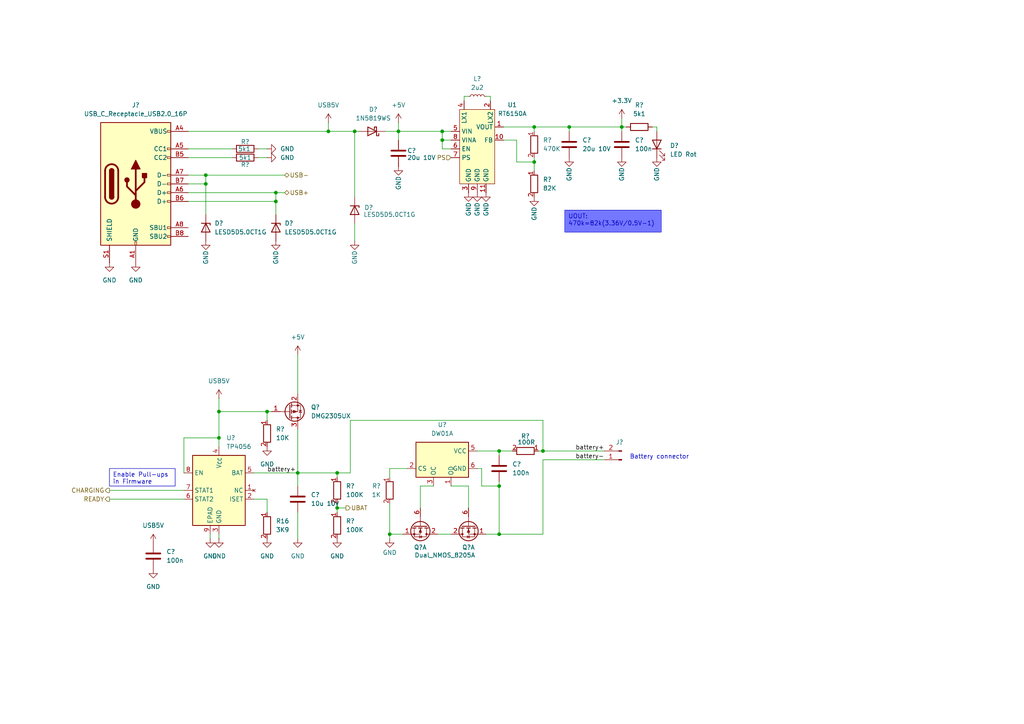
<source format=kicad_sch>
(kicad_sch (version 20250114) (generator "eeschema") (generator_version "9.0")
  (paper "A4")
  (title_block (title "Power Supply") (date "2026-01-09") (rev "2") (company "hand-crafted-electronics") (comment 1 "https://ohwr.org/cern_ohl_s_v2.txt") (comment 2 "https://github.com/pellematrose/ESP32-C3_Sensor/") (comment 3 "Licensed under CERN-OHL-S v2") (comment 4 "2026 Per-Simon Saal"))
  (lib_symbols
    (symbol "Battery_Management:DW01A"
      (property "Reference" "U" (at -6.604 6.35 0))
      (property "Value" "DW01A" (at 4.318 6.604 0))
      (symbol "DW01A_0_1"
        (pin power_in line (at -10.16 2.54 0) (length 2.54) (name "VCC") (number "5"))
        (pin power_in line (at -10.16 -2.54 0) (length 2.54) (name "GND") (number "6"))
        (pin output line (at -2.54 -7.62 90) (length 2.54) (name "OD") (number "1"))
        (pin output line (at 2.54 -7.62 90) (length 2.54) (name "OC") (number "3"))
        (pin input line (at 10.16 -2.54 180) (length 2.54) (name "CS") (number "2"))
      )
      (symbol "DW01A_1_1"
        (rectangle (start -7.62 5.08) (end 7.62 -5.08) (stroke (width 0.254)) (fill (type background)))
        (pin no_connect line (at 10.16 2.54 180) (length 2.54) (hide yes) (name "TD") (number "4"))
      )
    )
    (symbol "Battery_Management:TP4056-42-ESOP8"
      (property "Reference" "U6" (at 2.1433 15.24 0))
      (property "Value" "TP4056" (at 2.1433 12.7 0))
      (symbol "TP4056-42-ESOP8_1_0"
        (pin input line (at -10.16 5.08 0) (length 2.54) (name "EN") (number "8"))
        (pin open_collector line (at -10.16 0 0) (length 2.54) (name "STAT1") (number "7"))
        (pin open_collector line (at -10.16 -2.54 0) (length 2.54) (name "STAT2") (number "6"))
        (pin passive line (at -2.54 -12.7 90) (length 2.54) (name "EPAD") (number "9"))
        (pin power_in line (at 0 12.7 270) (length 2.54) (name "V_{CC}") (number "4"))
        (pin power_in line (at 0 -12.7 90) (length 2.54) (name "GND") (number "3"))
        (pin power_out line (at 10.16 5.08 180) (length 2.54) (name "BAT") (number "5"))
        (pin no_connect line (at 10.16 0 180) (length 2.54) (name "NC") (number "1"))
        (pin passive line (at 10.16 -2.54 180) (length 2.54) (name "ISET") (number "2"))
      )
      (symbol "TP4056-42-ESOP8_1_1"
        (rectangle (start -7.62 10.16) (end 7.62 -10.16) (stroke (width 0.254)) (fill (type background)))
      )
    )
    (symbol "Connector:Conn_01x02_Pin" (pin_names (offset 1.016) (hide yes))
      (property "Reference" "J" (at 0 2.54 0))
      (property "Value" "Conn_01x02_Pin" (at 0 -5.08 0))
      (symbol "Conn_01x02_Pin_1_1"
        (rectangle (start 0.8636 0.127) (end 0 -0.127) (stroke (width 0.1524)) (fill (type outline)))
        (rectangle (start 0.8636 -2.413) (end 0 -2.667) (stroke (width 0.1524)) (fill (type outline)))
        (polyline (pts (xy 1.27 0) (xy 0.8636 0)) (stroke (width 0.1524)))
        (polyline (pts (xy 1.27 -2.54) (xy 0.8636 -2.54)) (stroke (width 0.1524)))
        (pin passive line (at 5.08 0 180) (length 3.81) (name "Pin_1") (number "1"))
        (pin passive line (at 5.08 -2.54 180) (length 3.81) (name "Pin_2") (number "2"))
      )
    )
    (symbol "Connector:USB_C_Receptacle_USB2.0_16P" (pin_names (offset 1.016))
      (property "Reference" "J" (at 0 22.225 0))
      (property "Value" "USB_C_Receptacle_USB2.0_16P" (at 0 19.685 0))
      (symbol "USB_C_Receptacle_USB2.0_16P_0_0"
        (rectangle (start -0.254 -17.78) (end 0.254 -16.764))
        (rectangle (start 10.16 15.494) (end 9.144 14.986))
        (rectangle (start 10.16 10.414) (end 9.144 9.906))
        (rectangle (start 10.16 7.874) (end 9.144 7.366))
        (rectangle (start 10.16 2.794) (end 9.144 2.286))
        (rectangle (start 10.16 0.254) (end 9.144 -0.254))
        (rectangle (start 10.16 -2.286) (end 9.144 -2.794))
        (rectangle (start 10.16 -4.826) (end 9.144 -5.334))
        (rectangle (start 10.16 -12.446) (end 9.144 -12.954))
        (rectangle (start 10.16 -14.986) (end 9.144 -15.494))
      )
      (symbol "USB_C_Receptacle_USB2.0_16P_0_1"
        (rectangle (start -10.16 17.78) (end 10.16 -17.78) (stroke (width 0.254)) (fill (type background)))
        (polyline (pts (xy -8.89 -3.81) (xy -8.89 3.81)) (stroke (width 0.508)))
        (rectangle (start -7.62 -3.81) (end -6.35 3.81) (stroke (width 0.254)) (fill (type outline)))
        (arc (start -7.62 3.81) (mid -6.985 4.4423) (end -6.35 3.81) (stroke (width 0.254)))
        (arc (start -7.62 3.81) (mid -6.985 4.4423) (end -6.35 3.81) (stroke (width 0.254)) (fill (type outline)))
        (arc (start -8.89 3.81) (mid -6.985 5.7067) (end -5.08 3.81) (stroke (width 0.508)))
        (arc (start -5.08 -3.81) (mid -6.985 -5.7067) (end -8.89 -3.81) (stroke (width 0.508)))
        (arc (start -6.35 -3.81) (mid -6.985 -4.4423) (end -7.62 -3.81) (stroke (width 0.254)))
        (arc (start -6.35 -3.81) (mid -6.985 -4.4423) (end -7.62 -3.81) (stroke (width 0.254)) (fill (type outline)))
        (polyline (pts (xy -5.08 3.81) (xy -5.08 -3.81)) (stroke (width 0.508)))
        (circle (center -2.54 1.143) (radius 0.635) (stroke (width 0.254)) (fill (type outline)))
        (polyline (pts (xy -1.27 4.318) (xy 0 6.858) (xy 1.27 4.318) (xy -1.27 4.318)) (stroke (width 0.254)) (fill (type outline)))
        (polyline (pts (xy 0 -2.032) (xy 2.54 0.508) (xy 2.54 1.778)) (stroke (width 0.508)))
        (polyline (pts (xy 0 -3.302) (xy -2.54 -0.762) (xy -2.54 0.508)) (stroke (width 0.508)))
        (polyline (pts (xy 0 -5.842) (xy 0 4.318)) (stroke (width 0.508)))
        (circle (center 0 -5.842) (radius 1.27) (fill (type outline)))
        (rectangle (start 1.905 1.778) (end 3.175 3.048) (stroke (width 0.254)) (fill (type outline)))
      )
      (symbol "USB_C_Receptacle_USB2.0_16P_1_1"
        (pin passive line (at -7.62 -22.86 90) (length 5.08) (name "SHIELD") (number "S1"))
        (pin passive line (at 0 -22.86 90) (length 5.08) (name "GND") (number "A1"))
        (pin passive line (at 0 -22.86 90) (length 5.08) (hide yes) (name "GND") (number "A12"))
        (pin passive line (at 0 -22.86 90) (length 5.08) (hide yes) (name "GND") (number "B1"))
        (pin passive line (at 0 -22.86 90) (length 5.08) (hide yes) (name "GND") (number "B12"))
        (pin passive line (at 15.24 15.24 180) (length 5.08) (name "VBUS") (number "A4"))
        (pin passive line (at 15.24 15.24 180) (length 5.08) (hide yes) (name "VBUS") (number "A9"))
        (pin passive line (at 15.24 15.24 180) (length 5.08) (hide yes) (name "VBUS") (number "B4"))
        (pin passive line (at 15.24 15.24 180) (length 5.08) (hide yes) (name "VBUS") (number "B9"))
        (pin bidirectional line (at 15.24 10.16 180) (length 5.08) (name "CC1") (number "A5"))
        (pin bidirectional line (at 15.24 7.62 180) (length 5.08) (name "CC2") (number "B5"))
        (pin bidirectional line (at 15.24 2.54 180) (length 5.08) (name "D-") (number "A7"))
        (pin bidirectional line (at 15.24 0 180) (length 5.08) (name "D-") (number "B7"))
        (pin bidirectional line (at 15.24 -2.54 180) (length 5.08) (name "D+") (number "A6"))
        (pin bidirectional line (at 15.24 -5.08 180) (length 5.08) (name "D+") (number "B6"))
        (pin bidirectional line (at 15.24 -12.7 180) (length 5.08) (name "SBU1") (number "A8"))
        (pin bidirectional line (at 15.24 -15.24 180) (length 5.08) (name "SBU2") (number "B8"))
      )
    )
    (symbol "Device:L_Small" (pin_numbers (hide yes)) (pin_names (offset 0.254) (hide yes))
      (property "Reference" "L" (at 0.762 1.016 0))
      (property "Value" "L_Small" (at 0.762 -1.016 0))
      (symbol "L_Small_0_1"
        (arc (start 0 2.032) (mid 0.5058 1.524) (end 0 1.016))
        (arc (start 0 1.016) (mid 0.5058 0.508) (end 0 0))
        (arc (start 0 0) (mid 0.5058 -0.508) (end 0 -1.016))
        (arc (start 0 -1.016) (mid 0.5058 -1.524) (end 0 -2.032))
      )
      (symbol "L_Small_1_1"
        (pin passive line (at 0 2.54 270) (length 0.508) (name "~") (number "1"))
        (pin passive line (at 0 -2.54 90) (length 0.508) (name "~") (number "2"))
      )
    )
    (symbol "Diode:1N5819WS" (pin_numbers (hide yes)) (pin_names (offset 1.016) (hide yes))
      (property "Reference" "D" (at 0 2.54 0))
      (property "Value" "1N5819WS" (at 0 -2.54 0))
      (symbol "1N5819WS_0_1"
        (polyline (pts (xy -1.905 0.635) (xy -1.905 1.27) (xy -1.27 1.27) (xy -1.27 -1.27) (xy -0.635 -1.27) (xy -0.635 -0.635)) (stroke (width 0.254)))
        (polyline (pts (xy 1.27 1.27) (xy 1.27 -1.27) (xy -1.27 0) (xy 1.27 1.27)) (stroke (width 0.254)))
        (polyline (pts (xy 1.27 0) (xy -1.27 0)))
      )
      (symbol "1N5819WS_1_1"
        (pin passive line (at -3.81 0 0) (length 2.54) (name "K") (number "1"))
        (pin passive line (at 3.81 0 180) (length 2.54) (name "A") (number "2"))
      )
    )
    (symbol "Diode:ESD5Zxx" (pin_numbers (hide yes)) (pin_names (hide yes))
      (property "Reference" "D" (at 0 2.54 0))
      (property "Value" "ESD5Zxx" (at 0 -2.54 0))
      (symbol "ESD5Zxx_0_1"
        (polyline (pts (xy -1.27 -1.27) (xy -1.27 1.27) (xy -0.762 1.27)) (stroke (width 0.254)))
        (polyline (pts (xy 1.27 0) (xy -1.27 0)))
        (polyline (pts (xy 1.27 -1.27) (xy 1.27 1.27) (xy -1.27 0) (xy 1.27 -1.27)) (stroke (width 0.254)))
      )
      (symbol "ESD5Zxx_1_1"
        (pin passive line (at -3.81 0 0) (length 2.54) (name "K") (number "1"))
        (pin passive line (at 3.81 0 180) (length 2.54) (name "A") (number "2"))
      )
    )
    (symbol "PS_IC:RT6150A"
      (property "Reference" "U" (at 6.096 9.144 0))
      (property "Value" "RT6150A" (at 6.604 -5.842 90))
      (symbol "RT6150A_1_1"
        (rectangle (start -5.08 10.16) (end 5.08 -11.43) (fill (type background)))
        (pin power_in line (at -7.62 3.81 0) (length 2.54) (name "VIN") (number "5"))
        (pin power_in line (at -7.62 1.27 0) (length 2.54) (name "VINA") (number "8"))
        (pin input line (at -7.62 -1.27 0) (length 2.54) (name "EN") (number "6"))
        (pin input line (at -7.62 -3.81 0) (length 2.54) (name "PS") (number "7"))
        (pin input line (at -3.81 12.7 270) (length 2.54) (name "LX1") (number "4"))
        (pin input line (at -2.54 -13.97 90) (length 2.54) (name "GND") (number "3"))
        (pin input line (at 0 -13.97 90) (length 2.54) (name "GND") (number "9"))
        (pin input line (at 2.54 -13.97 90) (length 2.54) (name "GND") (number "11"))
        (pin input line (at 3.81 12.7 270) (length 2.54) (name "LX2") (number "2"))
        (pin input line (at 7.62 5.08 180) (length 2.54) (name "VOUT") (number "1"))
        (pin input line (at 7.62 1.27 180) (length 2.54) (name "FB") (number "10"))
      )
    )
    (symbol "Resistor_E12_0603:Resistor 100K"
      (property "Reference" "R" (at 1.778 1.524 0))
      (property "Value" "100K" (at 0 0 90))
      (symbol "Resistor 100K_0_1"
        (rectangle (start -1.016 -2.54) (end 1.016 2.54) (stroke (width 0.254)))
      )
      (symbol "Resistor 100K_1_1"
        (pin passive line (at 0 3.81 270) (length 1.27) (name "~") (number "1"))
        (pin passive line (at 0 -3.81 90) (length 1.27) (name "~") (number "2"))
      )
    )
    (symbol "Resistor_E12_0603:Resistor 100R"
      (property "Reference" "R" (at 1.778 1.524 0))
      (property "Value" "100R" (at 0 0 90))
      (symbol "Resistor 100R_0_1"
        (rectangle (start -1.016 -2.54) (end 1.016 2.54) (stroke (width 0.254)))
      )
      (symbol "Resistor 100R_1_1"
        (pin passive line (at 0 3.81 270) (length 1.27) (name "~") (number "1"))
        (pin passive line (at 0 -3.81 90) (length 1.27) (name "~") (number "2"))
      )
    )
    (symbol "Resistor_E12_0603:Resistor 10K"
      (property "Reference" "R" (at 1.778 1.524 0))
      (property "Value" "10K" (at 0 0 90))
      (symbol "Resistor 10K_0_1"
        (rectangle (start -1.016 -2.54) (end 1.016 2.54) (stroke (width 0.254)))
      )
      (symbol "Resistor 10K_1_1"
        (pin passive line (at 0 3.81 270) (length 1.27) (name "~") (number "1"))
        (pin passive line (at 0 -3.81 90) (length 1.27) (name "~") (number "2"))
      )
    )
    (symbol "Resistor_E12_0603:Resistor 1K"
      (property "Reference" "R" (at 1.778 1.524 0))
      (property "Value" "1K" (at 0 0 90))
      (symbol "Resistor 1K_0_1"
        (rectangle (start -1.016 -2.54) (end 1.016 2.54) (stroke (width 0.254)))
      )
      (symbol "Resistor 1K_1_1"
        (pin passive line (at 0 3.81 270) (length 1.27) (name "~") (number "1"))
        (pin passive line (at 0 -3.81 90) (length 1.27) (name "~") (number "2"))
      )
    )
    (symbol "Resistor_E12_0603:Resistor 3K9"
      (property "Reference" "R" (at 1.778 1.524 0))
      (property "Value" "3K9" (at 0 0 90))
      (symbol "Resistor 3K9_0_1"
        (rectangle (start -1.016 -2.54) (end 1.016 2.54) (stroke (width 0.254)))
      )
      (symbol "Resistor 3K9_1_1"
        (pin passive line (at 0 3.81 270) (length 1.27) (name "~") (number "1"))
        (pin passive line (at 0 -3.81 90) (length 1.27) (name "~") (number "2"))
      )
    )
    (symbol "Resistor_E12_0603:Resistor 470K"
      (property "Reference" "R" (at 1.778 1.524 0))
      (property "Value" "470K" (at 0 0 90))
      (symbol "Resistor 470K_0_1"
        (rectangle (start -1.016 -2.54) (end 1.016 2.54) (stroke (width 0.254)))
      )
      (symbol "Resistor 470K_1_1"
        (pin passive line (at 0 3.81 270) (length 1.27) (name "~") (number "1"))
        (pin passive line (at 0 -3.81 90) (length 1.27) (name "~") (number "2"))
      )
    )
    (symbol "Resistor_E12_0603:Resistor 82K"
      (property "Reference" "R" (at 1.778 1.524 0))
      (property "Value" "82K" (at 0 0 90))
      (symbol "Resistor 82K_0_1"
        (rectangle (start -1.016 -2.54) (end 1.016 2.54) (stroke (width 0.254)))
      )
      (symbol "Resistor 82K_1_1"
        (pin passive line (at 0 3.81 270) (length 1.27) (name "~") (number "1"))
        (pin passive line (at 0 -3.81 90) (length 1.27) (name "~") (number "2"))
      )
    )
    (symbol "Transistor_FET:Q_PMOS_GSD" (pin_names (offset 0) (hide yes))
      (property "Reference" "Q" (at 5.08 1.905 0))
      (property "Value" "Q_PMOS_GSD" (at 5.08 0 0))
      (symbol "Q_PMOS_GSD_0_1"
        (polyline (pts (xy 0.254 1.905) (xy 0.254 -1.905)) (stroke (width 0.254)))
        (polyline (pts (xy 0.254 0) (xy -2.54 0)))
        (polyline (pts (xy 0.762 2.286) (xy 0.762 1.27)) (stroke (width 0.254)))
        (polyline (pts (xy 0.762 1.778) (xy 3.302 1.778) (xy 3.302 -1.778) (xy 0.762 -1.778)))
        (polyline (pts (xy 0.762 0.508) (xy 0.762 -0.508)) (stroke (width 0.254)))
        (polyline (pts (xy 0.762 -1.27) (xy 0.762 -2.286)) (stroke (width 0.254)))
        (circle (center 1.651 0) (radius 2.794) (stroke (width 0.254)))
        (polyline (pts (xy 2.286 0) (xy 1.27 0.381) (xy 1.27 -0.381) (xy 2.286 0)) (fill (type outline)))
        (polyline (pts (xy 2.54 2.54) (xy 2.54 1.778)))
        (circle (center 2.54 1.778) (radius 0.254) (fill (type outline)))
        (circle (center 2.54 -1.778) (radius 0.254) (fill (type outline)))
        (polyline (pts (xy 2.54 -2.54) (xy 2.54 0) (xy 0.762 0)))
        (polyline (pts (xy 2.921 -0.381) (xy 3.683 -0.381)))
        (polyline (pts (xy 3.302 -0.381) (xy 2.921 0.254) (xy 3.683 0.254) (xy 3.302 -0.381)))
      )
      (symbol "Q_PMOS_GSD_1_1"
        (pin input line (at -5.08 0 0) (length 2.54) (name "G") (number "1"))
        (pin passive line (at 2.54 5.08 270) (length 2.54) (name "D") (number "3"))
        (pin passive line (at 2.54 -5.08 90) (length 2.54) (name "S") (number "2"))
      )
    )
    (symbol "_PS_LIB:C_0603" (pin_numbers (hide yes)) (pin_names (offset 0.254))
      (property "Reference" "C" (at 0.635 2.54 0))
      (property "Value" "C_0603" (at 0.635 -2.54 0))
      (symbol "C_0603_0_1"
        (polyline (pts (xy -2.032 0.762) (xy 2.032 0.762)) (stroke (width 0.508)))
        (polyline (pts (xy -2.032 -0.762) (xy 2.032 -0.762)) (stroke (width 0.508)))
      )
      (symbol "C_0603_1_1"
        (pin passive line (at 0 3.81 270) (length 2.794) (name "~") (number "1"))
        (pin passive line (at 0 -3.81 90) (length 2.794) (name "~") (number "2"))
      )
    )
    (symbol "_PS_LIB:C_1206" (pin_numbers (hide yes)) (pin_names (offset 0.254))
      (property "Reference" "C" (at 0.635 2.54 0))
      (property "Value" "C_1206" (at 0.635 -2.54 0))
      (symbol "C_1206_0_1"
        (polyline (pts (xy -2.032 0.762) (xy 2.032 0.762)) (stroke (width 0.508)))
        (polyline (pts (xy -2.032 -0.762) (xy 2.032 -0.762)) (stroke (width 0.508)))
      )
      (symbol "C_1206_1_1"
        (pin passive line (at 0 3.81 270) (length 2.794) (name "~") (number "1"))
        (pin passive line (at 0 -3.81 90) (length 2.794) (name "~") (number "2"))
      )
    )
    (symbol "_PS_LIB:Dual_NMOS_8205A" (pin_names (offset 0) (hide yes))
      (property "Reference" "Q" (at 5.08 1.905 0))
      (property "Value" "Dual_NMOS_8205A" (at 5.08 0 0))
      (symbol "Dual_NMOS_8205A_0_1"
        (polyline (pts (xy 0.254 1.905) (xy 0.254 -1.905)) (stroke (width 0.254)))
        (polyline (pts (xy 0.254 0) (xy -2.54 0)))
        (polyline (pts (xy 0.762 2.286) (xy 0.762 1.27)) (stroke (width 0.254)))
        (polyline (pts (xy 0.762 0.508) (xy 0.762 -0.508)) (stroke (width 0.254)))
        (polyline (pts (xy 0.762 -1.27) (xy 0.762 -2.286)) (stroke (width 0.254)))
        (polyline (pts (xy 0.762 -1.778) (xy 3.302 -1.778) (xy 3.302 1.778) (xy 0.762 1.778)))
        (polyline (pts (xy 1.016 0) (xy 2.032 0.381) (xy 2.032 -0.381) (xy 1.016 0)) (fill (type outline)))
        (circle (center 1.651 0) (radius 2.794) (stroke (width 0.254)))
        (polyline (pts (xy 2.54 2.54) (xy 2.54 1.778)))
        (circle (center 2.54 1.778) (radius 0.254) (fill (type outline)))
        (circle (center 2.54 -1.778) (radius 0.254) (fill (type outline)))
        (polyline (pts (xy 2.54 -2.54) (xy 2.54 0) (xy 0.762 0)))
        (polyline (pts (xy 2.921 0.381) (xy 3.683 0.381)))
        (polyline (pts (xy 3.302 0.381) (xy 2.921 -0.254) (xy 3.683 -0.254) (xy 3.302 0.381)))
      )
      (symbol "Dual_NMOS_8205A_1_1"
        (pin input line (at -5.08 0 0) (length 2.54) (name "G") (number "6"))
        (pin passive line (at 2.54 5.08 270) (length 2.54) (name "D") (number "2"))
        (pin passive line (at 2.54 -5.08 90) (length 2.54) (name "S") (number "1"))
      )
      (symbol "Dual_NMOS_8205A_2_1"
        (pin input line (at -5.08 0 0) (length 2.54) (name "G") (number "4"))
        (pin passive line (at 2.54 5.08 270) (length 2.54) (name "D") (number "5"))
        (pin passive line (at 2.54 -5.08 90) (length 2.54) (name "S") (number "3"))
      )
    )
    (symbol "_PS_LIB:LED" (pin_numbers (hide yes)) (pin_names (offset 1.016) (hide yes))
      (property "Reference" "D" (at 0 2.54 0))
      (property "Value" "LED" (at 0 -2.54 0))
      (symbol "LED_0_1"
        (polyline (pts (xy -3.048 -0.762) (xy -4.572 -2.286) (xy -3.81 -2.286) (xy -4.572 -2.286) (xy -4.572 -1.524)))
        (polyline (pts (xy -1.778 -0.762) (xy -3.302 -2.286) (xy -2.54 -2.286) (xy -3.302 -2.286) (xy -3.302 -1.524)))
        (polyline (pts (xy -1.27 0) (xy 1.27 0)))
        (polyline (pts (xy -1.27 -1.27) (xy -1.27 1.27)) (stroke (width 0.254)))
        (polyline (pts (xy 1.27 -1.27) (xy 1.27 1.27) (xy -1.27 0) (xy 1.27 -1.27)) (stroke (width 0.254)))
      )
      (symbol "LED_1_1"
        (pin passive line (at -3.81 0 0) (length 2.54) (name "K") (number "1"))
        (pin passive line (at 3.81 0 180) (length 2.54) (name "A") (number "2"))
      )
    )
    (symbol "_PS_LIB:R_0603" (pin_numbers (hide yes)) (pin_names (offset 0))
      (property "Reference" "R" (at 2.032 0 90))
      (property "Value" "R_0603" (at 0 0 90))
      (symbol "R_0603_0_1"
        (rectangle (start -1.016 -2.54) (end 1.016 2.54) (stroke (width 0.254)))
      )
      (symbol "R_0603_1_1"
        (pin passive line (at 0 3.81 270) (length 1.27) (name "~") (number "1"))
        (pin passive line (at 0 -3.81 90) (length 1.27) (name "~") (number "2"))
      )
    )
    (symbol "power:+3.3V" (power) (pin_numbers (hide yes)) (pin_names (offset 0) (hide yes))
      (property "Value" "+3.3V" (at 0 3.556 0))
      (symbol "+3.3V_0_1"
        (polyline (pts (xy -0.762 1.27) (xy 0 2.54)))
        (polyline (pts (xy 0 2.54) (xy 0.762 1.27)))
        (polyline (pts (xy 0 0) (xy 0 2.54)))
      )
      (symbol "+3.3V_1_1"
        (pin power_in line (at 0 0 90) (length 0) (name "~") (number "1"))
      )
    )
    (symbol "power:+5V" (power) (pin_numbers (hide yes)) (pin_names (offset 0) (hide yes))
      (property "Value" "+5V" (at 0 3.556 0))
      (symbol "+5V_0_1"
        (polyline (pts (xy -0.762 1.27) (xy 0 2.54)))
        (polyline (pts (xy 0 2.54) (xy 0.762 1.27)))
        (polyline (pts (xy 0 0) (xy 0 2.54)))
      )
      (symbol "+5V_1_1"
        (pin power_in line (at 0 0 90) (length 0) (name "~") (number "1"))
      )
    )
    (symbol "power:GND" (power) (pin_numbers (hide yes)) (pin_names (offset 0) (hide yes))
      (property "Value" "GND" (at 0 -3.81 0))
      (symbol "GND_0_1"
        (polyline (pts (xy 0 0) (xy 0 -1.27) (xy 1.27 -1.27) (xy 0 -2.54) (xy -1.27 -1.27) (xy 0 -1.27)))
      )
      (symbol "GND_1_1"
        (pin power_in line (at 0 0 270) (length 0) (name "~") (number "1"))
      )
    )
  )
  (text "Battery connector" (at 191.262 132.588 0) (effects (font (size 1.27 1.27))))
  (text_box "UOUT: 470k=82k(3.36V/0.5V-1)" (at 163.83 60.96 0) (size 27.94 6.35) (margins 0.9525 0.9525 0.9525 0.9525) (fill (type color) (color 116 119 255 1)) (effects (font (size 1.27 1.27)) (justify left top)))
  (text_box "Enable Pull-ups in Firmware" (at 31.75 135.89 0) (size 19.05 5.08) (margins 0.9525 0.9525 0.9525 0.9525) (effects (font (size 1.27 1.27)) (justify left top)))
  (junction (at 102.87 38.1))
  (junction (at 63.5 119.38))
  (junction (at 157.48 130.81))
  (junction (at 80.01 55.88))
  (junction (at 144.78 140.97))
  (junction (at 59.69 50.8))
  (junction (at 97.79 147.32))
  (junction (at 113.03 154.94))
  (junction (at 97.79 137.16))
  (junction (at 59.69 53.34))
  (junction (at 144.78 154.94))
  (junction (at 128.27 38.1))
  (junction (at 165.1 36.83))
  (junction (at 144.78 130.81))
  (junction (at 154.94 46.99))
  (junction (at 80.01 58.42))
  (junction (at 154.94 36.83))
  (junction (at 77.47 119.38))
  (junction (at 95.25 38.1))
  (junction (at 86.36 137.16))
  (junction (at 115.57 38.1))
  (junction (at 180.34 36.83))
  (junction (at 63.5 127))
  (junction (at 128.27 40.64))
  (wire (pts (xy 86.36 102.87) (xy 86.36 114.3)))
  (wire (pts (xy 54.61 58.42) (xy 80.01 58.42)))
  (wire (pts (xy 80.01 58.42) (xy 80.01 62.23)))
  (wire (pts (xy 67.31 43.18) (xy 54.61 43.18)))
  (wire (pts (xy 86.36 156.21) (xy 86.36 148.59)))
  (wire (pts (xy 80.01 55.88) (xy 80.01 58.42)))
  (wire (pts (xy 77.47 119.38) (xy 78.74 119.38)))
  (wire (pts (xy 97.79 137.16) (xy 101.6 137.16)))
  (wire (pts (xy 31.75 144.78) (xy 53.34 144.78)))
  (wire (pts (xy 144.78 139.7) (xy 144.78 140.97)))
  (wire (pts (xy 144.78 130.81) (xy 144.78 132.08)))
  (wire (pts (xy 115.57 38.1) (xy 128.27 38.1)))
  (wire (pts (xy 154.94 46.99) (xy 154.94 49.53)))
  (wire (pts (xy 97.79 147.32) (xy 100.33 147.32)))
  (wire (pts (xy 97.79 137.16) (xy 97.79 138.43)))
  (wire (pts (xy 130.81 154.94) (xy 127 154.94)))
  (wire (pts (xy 74.93 45.72) (xy 77.47 45.72)))
  (wire (pts (xy 54.61 50.8) (xy 59.69 50.8)))
  (wire (pts (xy 157.48 130.81) (xy 175.26 130.81)))
  (wire (pts (xy 118.11 135.89) (xy 113.03 135.89)))
  (wire (pts (xy 128.27 40.64) (xy 128.27 38.1)))
  (wire (pts (xy 139.7 135.89) (xy 139.7 140.97)))
  (wire (pts (xy 144.78 130.81) (xy 138.43 130.81)))
  (wire (pts (xy 165.1 38.1) (xy 165.1 36.83)))
  (wire (pts (xy 77.47 148.59) (xy 77.47 144.78)))
  (wire (pts (xy 101.6 137.16) (xy 101.6 121.92)))
  (wire (pts (xy 53.34 127) (xy 53.34 137.16)))
  (wire (pts (xy 148.59 130.81) (xy 144.78 130.81)))
  (wire (pts (xy 86.36 137.16) (xy 97.79 137.16)))
  (wire (pts (xy 102.87 69.85) (xy 102.87 64.77)))
  (wire (pts (xy 54.61 38.1) (xy 95.25 38.1)))
  (wire (pts (xy 175.26 133.35) (xy 157.48 133.35)))
  (wire (pts (xy 63.5 156.21) (xy 63.5 154.94)))
  (wire (pts (xy 157.48 121.92) (xy 157.48 130.81)))
  (wire (pts (xy 86.36 140.97) (xy 86.36 137.16)))
  (wire (pts (xy 121.92 140.97) (xy 125.73 140.97)))
  (wire (pts (xy 140.97 27.94) (xy 142.24 27.94)))
  (wire (pts (xy 121.92 147.32) (xy 121.92 140.97)))
  (wire (pts (xy 149.86 40.64) (xy 149.86 46.99)))
  (wire (pts (xy 113.03 154.94) (xy 113.03 146.05)))
  (wire (pts (xy 189.23 36.83) (xy 190.5 36.83)))
  (wire (pts (xy 95.25 38.1) (xy 102.87 38.1)))
  (wire (pts (xy 190.5 36.83) (xy 190.5 38.1)))
  (wire (pts (xy 53.34 127) (xy 63.5 127)))
  (wire (pts (xy 63.5 119.38) (xy 77.47 119.38)))
  (wire (pts (xy 180.34 36.83) (xy 181.61 36.83)))
  (wire (pts (xy 128.27 43.18) (xy 128.27 40.64)))
  (wire (pts (xy 130.81 140.97) (xy 135.89 140.97)))
  (wire (pts (xy 77.47 144.78) (xy 73.66 144.78)))
  (wire (pts (xy 128.27 38.1) (xy 130.81 38.1)))
  (wire (pts (xy 134.62 27.94) (xy 135.89 27.94)))
  (wire (pts (xy 67.31 45.72) (xy 54.61 45.72)))
  (wire (pts (xy 134.62 29.21) (xy 134.62 27.94)))
  (wire (pts (xy 63.5 127) (xy 63.5 129.54)))
  (wire (pts (xy 180.34 36.83) (xy 180.34 38.1)))
  (wire (pts (xy 113.03 156.21) (xy 113.03 154.94)))
  (wire (pts (xy 97.79 146.05) (xy 97.79 147.32)))
  (wire (pts (xy 63.5 119.38) (xy 63.5 127)))
  (wire (pts (xy 130.81 43.18) (xy 128.27 43.18)))
  (wire (pts (xy 102.87 38.1) (xy 102.87 57.15)))
  (wire (pts (xy 31.75 142.24) (xy 53.34 142.24)))
  (wire (pts (xy 130.81 40.64) (xy 128.27 40.64)))
  (wire (pts (xy 154.94 36.83) (xy 165.1 36.83)))
  (wire (pts (xy 115.57 40.64) (xy 115.57 38.1)))
  (wire (pts (xy 104.14 38.1) (xy 102.87 38.1)))
  (wire (pts (xy 146.05 36.83) (xy 154.94 36.83)))
  (wire (pts (xy 139.7 140.97) (xy 144.78 140.97)))
  (wire (pts (xy 142.24 27.94) (xy 142.24 29.21)))
  (wire (pts (xy 113.03 154.94) (xy 116.84 154.94)))
  (wire (pts (xy 59.69 50.8) (xy 82.55 50.8)))
  (wire (pts (xy 97.79 147.32) (xy 97.79 148.59)))
  (wire (pts (xy 77.47 119.38) (xy 77.47 121.92)))
  (wire (pts (xy 157.48 133.35) (xy 157.48 154.94)))
  (wire (pts (xy 140.97 154.94) (xy 144.78 154.94)))
  (wire (pts (xy 73.66 137.16) (xy 86.36 137.16)))
  (wire (pts (xy 115.57 38.1) (xy 111.76 38.1)))
  (wire (pts (xy 86.36 124.46) (xy 86.36 137.16)))
  (wire (pts (xy 60.96 156.21) (xy 60.96 154.94)))
  (wire (pts (xy 113.03 135.89) (xy 113.03 138.43)))
  (wire (pts (xy 101.6 121.92) (xy 157.48 121.92)))
  (wire (pts (xy 135.89 140.97) (xy 135.89 147.32)))
  (wire (pts (xy 63.5 115.57) (xy 63.5 119.38)))
  (wire (pts (xy 95.25 35.56) (xy 95.25 38.1)))
  (wire (pts (xy 146.05 40.64) (xy 149.86 40.64)))
  (wire (pts (xy 139.7 135.89) (xy 138.43 135.89)))
  (wire (pts (xy 149.86 46.99) (xy 154.94 46.99)))
  (wire (pts (xy 59.69 50.8) (xy 59.69 53.34)))
  (wire (pts (xy 157.48 130.81) (xy 156.21 130.81)))
  (wire (pts (xy 54.61 55.88) (xy 80.01 55.88)))
  (wire (pts (xy 154.94 36.83) (xy 154.94 38.1)))
  (wire (pts (xy 180.34 36.83) (xy 180.34 34.29)))
  (wire (pts (xy 80.01 55.88) (xy 82.55 55.88)))
  (wire (pts (xy 165.1 36.83) (xy 180.34 36.83)))
  (wire (pts (xy 59.69 53.34) (xy 59.69 62.23)))
  (wire (pts (xy 54.61 53.34) (xy 59.69 53.34)))
  (wire (pts (xy 115.57 35.56) (xy 115.57 38.1)))
  (wire (pts (xy 154.94 46.99) (xy 154.94 45.72)))
  (wire (pts (xy 157.48 154.94) (xy 144.78 154.94)))
  (wire (pts (xy 144.78 154.94) (xy 144.78 140.97)))
  (wire (pts (xy 74.93 43.18) (xy 77.47 43.18)))
  (label "battery-" (at 175.26 133.35 180))
  (label "battery+" (at 175.26 130.81 180))
  (label "battery+" (at 77.47 137.16 0))
  (hierarchical_label "USB+" (shape bidirectional) (at 82.55 55.88 0))
  (hierarchical_label "UBAT" (shape output) (at 100.33 147.32 0))
  (hierarchical_label "USB-" (shape bidirectional) (at 82.55 50.8 0))
  (hierarchical_label "PS" (shape input) (at 130.81 45.72 180))
  (hierarchical_label "READY" (shape output) (at 31.75 144.78 180))
  (hierarchical_label "CHARGING" (shape output) (at 31.75 142.24 180))
  (symbol (lib_id "power:GND") (at 190.5 45.72 0) (unit 1)
    (property "Reference" "#PWR?" (effects (hide yes)))
    (property "Value" "GND" (at 190.5 48.514 90) (effects (justify right)))
    (property "Description" "Power symbol creates a global label with name \"GND\" , ground" (effects (hide yes)))
  )
  (symbol (lib_id "power:+5V") (at 95.25 35.56 0) (unit 1)
    (property "Reference" "#PWR?" (effects (hide yes)))
    (property "Value" "USB5V" (at 95.25 30.48 0))
    (property "Description" "Power symbol creates a global label with name \"+5V\"" (effects (hide yes)))
  )
  (symbol (lib_id "Resistor_E12_0603:Resistor 82K") (at 154.94 53.34 0) (unit 1)
    (property "Reference" "R?" (at 157.48 52.0699 0) (effects (justify left)))
    (property "Value" "82K" (at 157.48 54.6099 0) (effects (justify left)))
    (property "Footprint" "Resistor_SMD:R_0603_1608Metric" (effects (hide yes)))
    (property "Description" "Widerstand 0603" (effects (hide yes)))
    (property "LCSC" "C23254" (effects (hide yes)))
  )
  (symbol (lib_id "_PS_LIB:C_0603") (at 144.78 135.89 0) (mirror y) (unit 1)
    (property "Reference" "C?" (at 148.59 134.6199 0) (effects (justify right)))
    (property "Value" "100n" (at 148.59 137.1599 0) (effects (justify right)))
    (property "Footprint" "Capacitor_SMD:C_0603_1608Metric" (effects (hide yes)))
    (property "Description" "Unpolarized capacitor" (effects (hide yes)))
  )
  (symbol (lib_id "_PS_LIB:Dual_NMOS_8205A") (at 121.92 152.4 270) (unit 1)
    (property "Reference" "Q?" (at 121.92 158.75 90))
    (property "Value" "Dual_NMOS_8205A" (at 129.032 161.036 90))
    (property "Footprint" "Package_TO_SOT_SMD:SOT-23-6" (effects (hide yes)))
    (property "Datasheet" "https://www.lcsc.com/datasheet/C5370944.pdf" (effects (hide yes)))
    (property "Description" "Dual NMOS transistor, 6 pin package" (effects (hide yes)))
    (property "LCSC" "C5370944" (effects (hide yes)))
  )
  (symbol (lib_id "power:+5V") (at 86.36 102.87 0) (unit 1)
    (property "Reference" "#PWR?" (effects (hide yes)))
    (property "Value" "+5V" (at 86.36 97.79 0))
    (property "Description" "Power symbol creates a global label with name \"+5V\"" (effects (hide yes)))
  )
  (symbol (lib_id "Connector:USB_C_Receptacle_USB2.0_16P") (at 39.37 53.34 0) (unit 1)
    (property "Reference" "J?" (at 39.37 30.48 0))
    (property "Value" "USB_C_Receptacle_USB2.0_16P" (at 39.37 33.02 0))
    (property "Footprint" "Connector_USB:USB_C_Receptacle_GCT_USB4105-xx-A_16P_TopMnt_Horizontal" (effects (hide yes)))
    (property "Datasheet" "https://www.usb.org/sites/default/files/documents/usb_type-c.zip" (effects (hide yes)))
    (property "Description" "USB 2.0-only 16P Type-C Receptacle connector" (effects (hide yes)))
    (property "LCSC" "C2988369" (effects (hide yes)))
  )
  (symbol (lib_id "_PS_LIB:C_0603") (at 86.36 144.78 0) (unit 1)
    (property "Reference" "C?" (at 90.17 143.5099 0) (effects (justify left)))
    (property "Value" "10u 10V" (at 90.17 146.0499 0) (effects (justify left)))
    (property "Footprint" "Capacitor_SMD:C_0603_1608Metric" (effects (hide yes)))
    (property "Description" "Unpolarized capacitor" (effects (hide yes)))
    (property "LCSC" "C2959727" (effects (hide yes)))
  )
  (symbol (lib_id "power:GND") (at 86.36 156.21 0) (mirror y) (unit 1)
    (property "Reference" "#PWR?" (effects (hide yes)))
    (property "Value" "GND" (at 86.36 161.29 0))
    (property "Description" "Power symbol creates a global label with name \"GND\" , ground" (effects (hide yes)))
  )
  (symbol (lib_id "_PS_LIB:C_1206") (at 165.1 41.91 0) (unit 1)
    (property "Reference" "C?" (at 168.91 40.6399 0) (effects (justify left)))
    (property "Value" "20u 10V" (at 168.91 43.1799 0) (effects (justify left)))
    (property "Footprint" "Capacitor_SMD:C_0805_2012Metric" (effects (hide yes)))
    (property "Description" "Unpolarized capacitor" (effects (hide yes)))
  )
  (symbol (lib_id "power:GND") (at 97.79 156.21 0) (mirror y) (unit 1)
    (property "Reference" "#PWR?" (effects (hide yes)))
    (property "Value" "GND" (at 97.79 161.29 0))
    (property "Description" "Power symbol creates a global label with name \"GND\" , ground" (effects (hide yes)))
  )
  (symbol (lib_id "Battery_Management:TP4056-42-ESOP8") (at 63.5 142.24 0) (unit 1)
    (property "Reference" "U?" (at 65.6433 127 0) (effects (justify left)))
    (property "Value" "TP4056" (at 65.6433 129.54 0) (effects (justify left)))
    (property "Footprint" "Package_SO:SOIC-8-1EP_3.9x4.9mm_P1.27mm_EP2.41x3.3mm_ThermalVias" (effects (hide yes)))
    (property "Datasheet" "https://www.lcsc.com/datasheet/lcsc_datasheet_2410121619_TOPPOWER-Nanjing-Extension-Microelectronics-TP4056-42-ESOP8_C16581.pdf" (effects (hide yes)))
    (property "Description" "1A Standalone Linear Li-ion/LiPo single-cell battery charger, 4.2V ±1% charge voltage, VCC = 4.0..8.0V, SOIC-8 (SOP-8)" (effects (hide yes)))
    (property "LCSC" "C725790" (effects (hide yes)))
  )
  (symbol (lib_id "_PS_LIB:Dual_NMOS_8205A") (at 135.89 152.4 90) (mirror x) (unit 1)
    (property "Reference" "Q?" (at 135.89 158.75 90))
    (property "Value" "Dual_NMOS_8205A" (effects (hide yes)))
    (property "Footprint" "Package_TO_SOT_SMD:SOT-23-6" (effects (hide yes)))
    (property "Datasheet" "https://www.lcsc.com/datasheet/C5370944.pdf" (effects (hide yes)))
    (property "Description" "Dual NMOS transistor, 6 pin package" (effects (hide yes)))
    (property "LCSC" "C5370944" (effects (hide yes)))
  )
  (symbol (lib_id "power:GND") (at 113.03 156.21 0) (unit 1)
    (property "Reference" "#PWR?" (effects (hide yes)))
    (property "Value" "GND" (at 113.03 160.274 0))
    (property "Description" "Power symbol creates a global label with name \"GND\" , ground" (effects (hide yes)))
  )
  (symbol (lib_id "power:GND") (at 77.47 45.72 90) (unit 1)
    (property "Reference" "#PWR?" (effects (hide yes)))
    (property "Value" "GND" (at 81.28 45.7199 90) (effects (justify right)))
    (property "Description" "Power symbol creates a global label with name \"GND\" , ground" (effects (hide yes)))
  )
  (symbol (lib_id "power:GND") (at 102.87 69.85 0) (unit 1)
    (property "Reference" "#PWR?" (effects (hide yes)))
    (property "Value" "GND" (at 102.87 72.644 90) (effects (justify right)))
    (property "Description" "Power symbol creates a global label with name \"GND\" , ground" (effects (hide yes)))
  )
  (symbol (lib_id "power:GND") (at 180.34 45.72 0) (unit 1)
    (property "Reference" "#PWR?" (effects (hide yes)))
    (property "Value" "GND" (at 180.34 48.514 90) (effects (justify right)))
    (property "Description" "Power symbol creates a global label with name \"GND\" , ground" (effects (hide yes)))
  )
  (symbol (lib_id "power:GND") (at 140.97 55.88 0) (unit 1)
    (property "Reference" "#PWR?" (effects (hide yes)))
    (property "Value" "GND" (at 140.97 58.674 90) (effects (justify right)))
    (property "Description" "Power symbol creates a global label with name \"GND\" , ground" (effects (hide yes)))
  )
  (symbol (lib_id "Resistor_E12_0603:Resistor 10K") (at 77.47 125.73 0) (unit 1)
    (property "Reference" "R?" (at 80.01 124.4599 0) (effects (justify left)))
    (property "Value" "10K" (at 80.01 126.9999 0) (effects (justify left)))
    (property "Footprint" "Resistor_SMD:R_0603_1608Metric" (effects (hide yes)))
    (property "Description" "Widerstand 0603" (effects (hide yes)))
    (property "LCSC" "C25804" (effects (hide yes)))
  )
  (symbol (lib_id "Device:L_Small") (at 138.43 27.94 90) (unit 1)
    (property "Reference" "L?" (at 138.43 22.86 90))
    (property "Value" "2u2" (at 138.43 25.4 90))
    (property "Footprint" "Inductor_SMD:L_0603_1608Metric" (effects (hide yes)))
    (property "Datasheet" "https://www.lcsc.com/datasheet/C2935084.pdf" (effects (hide yes)))
    (property "Description" "Inductor, small symbol" (effects (hide yes)))
    (property "LCSC" "C2935084" (effects (hide yes)))
  )
  (symbol (lib_id "power:+5V") (at 115.57 35.56 0) (unit 1)
    (property "Reference" "#PWR?" (effects (hide yes)))
    (property "Value" "+5V" (at 115.57 30.48 0))
    (property "Description" "Power symbol creates a global label with name \"+5V\"" (effects (hide yes)))
  )
  (symbol (lib_id "Connector:Conn_01x02_Pin") (at 180.34 133.35 180) (unit 1)
    (property "Reference" "J?" (at 179.705 128.27 0))
    (property "Value" "Conn_01x02_Pin" (effects (hide yes)))
    (property "Footprint" "Connector_JST:JST_PH_B2B-PH-K_1x02_P2.00mm_Vertical" (effects (hide yes)))
    (property "Description" "Generic connector, single row, 01x02, script generated" (effects (hide yes)))
  )
  (symbol (lib_id "power:+5V") (at 44.45 157.48 0) (unit 1)
    (property "Reference" "#PWR?" (effects (hide yes)))
    (property "Value" "USB5V" (at 44.45 152.4 0))
    (property "Description" "Power symbol creates a global label with name \"+5V\"" (effects (hide yes)))
  )
  (symbol (lib_id "_PS_LIB:C_0603") (at 180.34 41.91 0) (unit 1)
    (property "Reference" "C?" (at 184.15 40.6399 0) (effects (justify left)))
    (property "Value" "100n" (at 184.15 43.1799 0) (effects (justify left)))
    (property "Footprint" "Capacitor_SMD:C_0603_1608Metric" (effects (hide yes)))
    (property "Description" "Unpolarized capacitor" (effects (hide yes)))
  )
  (symbol (lib_id "power:GND") (at 80.01 69.85 0) (unit 1)
    (property "Reference" "#PWR?" (effects (hide yes)))
    (property "Value" "GND" (at 80.01 72.644 90) (effects (justify right)))
    (property "Description" "Power symbol creates a global label with name \"GND\" , ground" (effects (hide yes)))
  )
  (symbol (lib_id "power:GND") (at 165.1 45.72 0) (unit 1)
    (property "Reference" "#PWR?" (effects (hide yes)))
    (property "Value" "GND" (at 165.1 48.514 90) (effects (justify right)))
    (property "Description" "Power symbol creates a global label with name \"GND\" , ground" (effects (hide yes)))
  )
  (symbol (lib_id "Diode:1N5819WS") (at 107.95 38.1 180) (unit 1)
    (property "Reference" "D?" (at 108.2675 31.75 0))
    (property "Value" "1N5819WS" (at 108.2675 34.29 0))
    (property "Footprint" "Diode_SMD:D_SOD-323" (effects (hide yes)))
    (property "Datasheet" "https://datasheet.lcsc.com/lcsc/2204281430_Guangdong-Hottech-1N5819WS_C191023.pdf" (effects (hide yes)))
    (property "Description" "40V 600mV@1A 1A SOD-323 Schottky Barrier Diodes, SOD-323" (effects (hide yes)))
    (property "LCSC" "C2939001" (effects (hide yes)))
  )
  (symbol (lib_id "power:GND") (at 60.96 156.21 0) (unit 1)
    (property "Reference" "#PWR?" (effects (hide yes)))
    (property "Value" "GND" (at 60.96 161.29 0))
    (property "Description" "Power symbol creates a global label with name \"GND\" , ground" (effects (hide yes)))
  )
  (symbol (lib_id "power:GND") (at 31.75 76.2 0) (unit 1)
    (property "Reference" "#PWR?" (effects (hide yes)))
    (property "Value" "GND" (at 31.75 81.28 0))
    (property "Description" "Power symbol creates a global label with name \"GND\" , ground" (effects (hide yes)))
  )
  (symbol (lib_id "Diode:ESD5Zxx") (at 80.01 66.04 270) (unit 1)
    (property "Reference" "D?" (at 82.55 64.7699 90) (effects (justify left)))
    (property "Value" "LESD5D5.0CT1G" (at 82.55 67.3099 90) (effects (justify left)))
    (property "Footprint" "Diode_SMD:D_SOD-523" (effects (hide yes)))
    (property "Description" "ESD Protection Diode, SOD-523" (effects (hide yes)))
    (property "LCSC" "C383211" (effects (hide yes)))
  )
  (symbol (lib_id "_PS_LIB:R_0603") (at 71.12 45.72 90) (unit 1)
    (property "Reference" "R?" (at 71.12 47.752 90))
    (property "Value" "5k1" (at 71.12 45.72 90))
    (property "Footprint" "Resistor_SMD:R_0603_1608Metric" (effects (hide yes)))
    (property "Description" "Resistor" (effects (hide yes)))
    (property "LCSC" "C431786" (effects (hide yes)))
  )
  (symbol (lib_id "_PS_LIB:R_0603") (at 71.12 43.18 90) (unit 1)
    (property "Reference" "R?" (at 71.12 41.148 90))
    (property "Value" "5k1" (at 70.866 43.18 90))
    (property "Footprint" "Resistor_SMD:R_0603_1608Metric" (effects (hide yes)))
    (property "Description" "Resistor" (effects (hide yes)))
    (property "LCSC" "C431786" (effects (hide yes)))
  )
  (symbol (lib_id "Battery_Management:DW01A") (at 128.27 133.35 0) (mirror y) (unit 1)
    (property "Reference" "U?" (at 128.27 123.19 0))
    (property "Value" "DW01A" (at 128.27 125.73 0))
    (property "Footprint" "Package_TO_SOT_SMD:SOT-23-6" (effects (hide yes)))
    (property "Datasheet" "https://www.lcsc.com/datasheet/C2927799.pdf" (effects (hide yes)))
    (property "Description" "Overcharge, overcurrent and overdischarge protection IC for single cell lithium-ion/polymer battery" (effects (hide yes)))
    (property "LCSC" "C2927799" (effects (hide yes)))
  )
  (symbol (lib_id "power:GND") (at 135.89 55.88 0) (unit 1)
    (property "Reference" "#PWR?" (effects (hide yes)))
    (property "Value" "GND" (at 135.89 58.674 90) (effects (justify right)))
    (property "Description" "Power symbol creates a global label with name \"GND\" , ground" (effects (hide yes)))
  )
  (symbol (lib_id "Resistor_E12_0603:Resistor 100R") (at 152.4 130.81 270) (mirror x) (unit 1)
    (property "Reference" "R?" (at 152.4 126.492 90))
    (property "Value" "100R" (at 152.654 128.27 90))
    (property "Footprint" "Resistor_SMD:R_0603_1608Metric" (effects (hide yes)))
    (property "Description" "Widerstand 0603" (effects (hide yes)))
    (property "LCSC" "C22775" (effects (hide yes)))
  )
  (symbol (lib_id "power:GND") (at 59.69 69.85 0) (unit 1)
    (property "Reference" "#PWR?" (effects (hide yes)))
    (property "Value" "GND" (at 59.69 72.644 90) (effects (justify right)))
    (property "Description" "Power symbol creates a global label with name \"GND\" , ground" (effects (hide yes)))
  )
  (symbol (lib_id "Transistor_FET:Q_PMOS_GSD") (at 83.82 119.38 0) (mirror x) (unit 1)
    (property "Reference" "Q?" (at 90.17 118.1099 0) (effects (justify left)))
    (property "Value" "DMG2305UX" (at 90.17 120.6499 0) (effects (justify left)))
    (property "Footprint" "Package_TO_SOT_SMD:SOT-23-3" (effects (hide yes)))
    (property "Datasheet" "https://www.lcsc.com/datasheet/C150470.pdf" (effects (hide yes)))
    (property "Description" "P-MOSFET transistor, gate/source/drain" (effects (hide yes)))
    (property "LCSC" "C150470" (effects (hide yes)))
  )
  (symbol (lib_id "Resistor_E12_0603:Resistor 1K") (at 113.03 142.24 0) (mirror y) (unit 1)
    (property "Reference" "R?" (at 110.49 140.9699 0) (effects (justify left)))
    (property "Value" "1K" (at 110.49 143.5099 0) (effects (justify left)))
    (property "Footprint" "Resistor_SMD:R_0603_1608Metric" (effects (hide yes)))
    (property "Description" "Widerstand 0603" (effects (hide yes)))
    (property "LCSC" "C21190" (effects (hide yes)))
  )
  (symbol (lib_id "_PS_LIB:R_0603") (at 185.42 36.83 90) (unit 1)
    (property "Reference" "R?" (at 185.42 30.48 90))
    (property "Value" "5k1" (at 185.42 33.02 90))
    (property "Footprint" "Resistor_SMD:R_0603_1608Metric" (effects (hide yes)))
    (property "Description" "Resistor" (effects (hide yes)))
    (property "LCSC" "C431786" (effects (hide yes)))
  )
  (symbol (lib_id "_PS_LIB:LED") (at 190.5 41.91 90) (unit 1)
    (property "Reference" "D?" (at 194.31 42.2274 90) (effects (justify right)))
    (property "Value" "LED Rot" (at 194.31 44.7674 90) (effects (justify right)))
    (property "Footprint" "LED_SMD:LED_0603_1608Metric" (effects (hide yes)))
    (property "Description" "Light emitting diode" (effects (hide yes)))
    (property "LCSC" "C965799" (effects (hide yes)))
  )
  (symbol (lib_id "power:+5V") (at 63.5 115.57 0) (unit 1)
    (property "Reference" "#PWR?" (effects (hide yes)))
    (property "Value" "USB5V" (at 63.5 110.49 0))
    (property "Description" "Power symbol creates a global label with name \"+5V\"" (effects (hide yes)))
  )
  (symbol (lib_id "Diode:ESD5Zxx") (at 102.87 60.96 270) (unit 1)
    (property "Reference" "D?" (at 105.664 60.198 90) (effects (justify left)))
    (property "Value" "LESD5D5.0CT1G" (at 105.41 62.2299 90) (effects (justify left)))
    (property "Footprint" "Diode_SMD:D_SOD-523" (effects (hide yes)))
    (property "Description" "ESD Protection Diode, SOD-523" (effects (hide yes)))
    (property "LCSC" "C383211" (effects (hide yes)))
  )
  (symbol (lib_id "power:GND") (at 44.45 165.1 0) (unit 1)
    (property "Reference" "#PWR?" (effects (hide yes)))
    (property "Value" "GND" (at 44.45 170.18 0))
    (property "Description" "Power symbol creates a global label with name \"GND\" , ground" (effects (hide yes)))
  )
  (symbol (lib_id "Resistor_E12_0603:Resistor 100K") (at 97.79 152.4 0) (unit 1)
    (property "Reference" "R?" (at 100.33 151.1299 0) (effects (justify left)))
    (property "Value" "100K" (at 100.33 153.6699 0) (effects (justify left)))
    (property "Footprint" "Resistor_SMD:R_0603_1608Metric" (effects (hide yes)))
    (property "Description" "Widerstand 0603" (effects (hide yes)))
    (property "LCSC" "C25803" (effects (hide yes)))
  )
  (symbol (lib_id "power:GND") (at 77.47 43.18 90) (unit 1)
    (property "Reference" "#PWR?" (effects (hide yes)))
    (property "Value" "GND" (at 81.28 43.1799 90) (effects (justify right)))
    (property "Description" "Power symbol creates a global label with name \"GND\" , ground" (effects (hide yes)))
  )
  (symbol (lib_id "_PS_LIB:C_0603") (at 44.45 161.29 0) (mirror y) (unit 1)
    (property "Reference" "C?" (at 48.26 160.0199 0) (effects (justify right)))
    (property "Value" "100n" (at 48.26 162.5599 0) (effects (justify right)))
    (property "Footprint" "Capacitor_SMD:C_0603_1608Metric" (effects (hide yes)))
    (property "Description" "Unpolarized capacitor" (effects (hide yes)))
  )
  (symbol (lib_id "power:GND") (at 115.57 48.26 0) (unit 1)
    (property "Reference" "#PWR?" (effects (hide yes)))
    (property "Value" "GND" (at 115.57 51.054 90) (effects (justify right)))
    (property "Description" "Power symbol creates a global label with name \"GND\" , ground" (effects (hide yes)))
  )
  (symbol (lib_id "power:GND") (at 63.5 156.21 0) (unit 1)
    (property "Reference" "#PWR?" (effects (hide yes)))
    (property "Value" "GND" (at 63.5 161.29 0))
    (property "Description" "Power symbol creates a global label with name \"GND\" , ground" (effects (hide yes)))
  )
  (symbol (lib_id "power:GND") (at 39.37 76.2 0) (unit 1)
    (property "Reference" "#PWR?" (effects (hide yes)))
    (property "Value" "GND" (at 39.37 81.28 0))
    (property "Description" "Power symbol creates a global label with name \"GND\" , ground" (effects (hide yes)))
  )
  (symbol (lib_id "Resistor_E12_0603:Resistor 3K9") (at 77.47 152.4 0) (unit 1)
    (property "Reference" "R16" (at 80.01 151.1299 0) (effects (justify left)))
    (property "Value" "3K9" (at 80.01 153.6699 0) (effects (justify left)))
    (property "Footprint" "Resistor_SMD:R_0603_1608Metric" (effects (hide yes)))
    (property "Description" "Widerstand 0603" (effects (hide yes)))
    (property "LCSC" "C23018" (effects (hide yes)))
  )
  (symbol (lib_id "_PS_LIB:C_1206") (at 115.57 44.45 0) (unit 1)
    (property "Reference" "C?" (at 118.11 43.688 0) (effects (justify left)))
    (property "Value" "20u 10V" (at 118.11 45.72 0) (effects (justify left)))
    (property "Footprint" "Capacitor_SMD:C_0805_2012Metric" (effects (hide yes)))
    (property "Description" "Unpolarized capacitor" (effects (hide yes)))
  )
  (symbol (lib_id "Resistor_E12_0603:Resistor 100K") (at 97.79 142.24 0) (unit 1)
    (property "Reference" "R?" (at 100.33 140.9699 0) (effects (justify left)))
    (property "Value" "100K" (at 100.33 143.5099 0) (effects (justify left)))
    (property "Footprint" "Resistor_SMD:R_0603_1608Metric" (effects (hide yes)))
    (property "Description" "Widerstand 0603" (effects (hide yes)))
    (property "LCSC" "C25803" (effects (hide yes)))
  )
  (symbol (lib_id "Resistor_E12_0603:Resistor 470K") (at 154.94 41.91 0) (unit 1)
    (property "Reference" "R?" (at 157.48 40.6399 0) (effects (justify left)))
    (property "Value" "470K" (at 157.48 43.1799 0) (effects (justify left)))
    (property "Footprint" "Resistor_SMD:R_0603_1608Metric" (effects (hide yes)))
    (property "Description" "Widerstand 0603" (effects (hide yes)))
    (property "LCSC" "C23178" (effects (hide yes)))
  )
  (symbol (lib_id "power:GND") (at 77.47 129.54 0) (mirror y) (unit 1)
    (property "Reference" "#PWR?" (effects (hide yes)))
    (property "Value" "GND" (at 77.47 134.62 0))
    (property "Description" "Power symbol creates a global label with name \"GND\" , ground" (effects (hide yes)))
  )
  (symbol (lib_id "Diode:ESD5Zxx") (at 59.69 66.04 270) (unit 1)
    (property "Reference" "D?" (at 62.23 64.7699 90) (effects (justify left)))
    (property "Value" "LESD5D5.0CT1G" (at 62.23 67.3099 90) (effects (justify left)))
    (property "Footprint" "Diode_SMD:D_SOD-523" (effects (hide yes)))
    (property "Description" "ESD Protection Diode, SOD-523" (effects (hide yes)))
    (property "LCSC" "C383211" (effects (hide yes)))
  )
  (symbol (lib_id "power:GND") (at 154.94 57.15 0) (unit 1)
    (property "Reference" "#PWR?" (effects (hide yes)))
    (property "Value" "GND" (at 154.94 59.944 90) (effects (justify right)))
    (property "Description" "Power symbol creates a global label with name \"GND\" , ground" (effects (hide yes)))
  )
  (symbol (lib_id "PS_IC:RT6150A") (at 138.43 41.91 0) (unit 1)
    (property "Reference" "U1" (at 148.59 30.4098 0))
    (property "Value" "RT6150A" (at 148.59 32.9498 0))
    (property "Footprint" "Package_DFN_QFN:WDFN-10-1EP_3x3mm_P0.5mm_EP1.8x2.5mm" (effects (hide yes)))
    (property "Datasheet" "https://www.lcsc.com/datasheet/C147971.pdf" (effects (hide yes)))
    (property "Description" "Current Mode Buck-Boost Converter" (effects (hide yes)))
    (property "LCSC" "C147971" (effects (hide yes)))
  )
  (symbol (lib_id "power:GND") (at 77.47 156.21 0) (mirror y) (unit 1)
    (property "Reference" "#PWR?" (effects (hide yes)))
    (property "Value" "GND" (at 77.47 161.29 0))
    (property "Description" "Power symbol creates a global label with name \"GND\" , ground" (effects (hide yes)))
  )
  (symbol (lib_id "power:GND") (at 138.43 55.88 0) (unit 1)
    (property "Reference" "#PWR01" (effects (hide yes)))
    (property "Value" "GND" (at 138.43 58.674 90) (effects (justify right)))
    (property "Description" "Power symbol creates a global label with name \"GND\" , ground" (effects (hide yes)))
  )
  (symbol (lib_id "power:+3.3V") (at 180.34 34.29 0) (unit 1)
    (property "Reference" "#PWR?" (effects (hide yes)))
    (property "Value" "+3.3V" (at 180.34 29.21 0))
    (property "Description" "Power symbol creates a global label with name \"+3.3V\"" (effects (hide yes)))
  )
)
</source>
